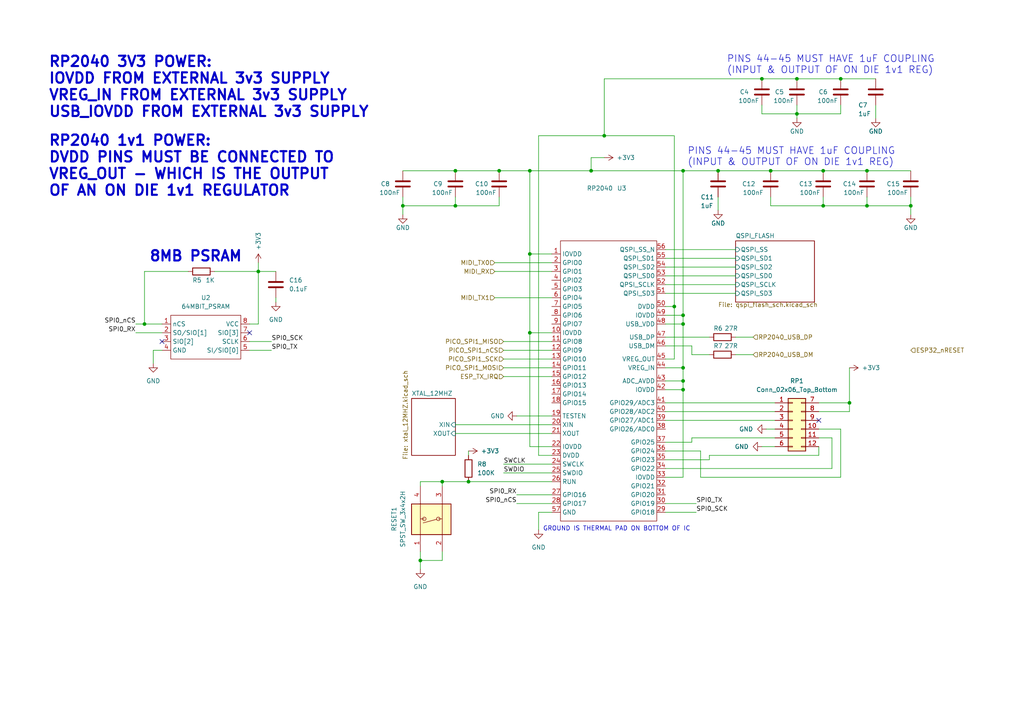
<source format=kicad_sch>
(kicad_sch (version 20211123) (generator eeschema)
  (paper "A4")
  (lib_symbols
    (symbol "Connector_Generic:Conn_02x06_Top_Bottom" (pin_names (offset 1.016) hide)
      (property "Reference" "J" (at 1.27 7.62 0))
      (property "Value" "Conn_02x06_Top_Bottom" (at 1.27 -10.16 0))
      (symbol "Conn_02x06_Top_Bottom_1_1"
        (rectangle (start -1.27 -7.493) (end 0 -7.747) (stroke (width 0.1524)))
        (rectangle (start -1.27 -4.953) (end 0 -5.207) (stroke (width 0.1524)))
        (rectangle (start -1.27 -2.413) (end 0 -2.667) (stroke (width 0.1524)))
        (rectangle (start -1.27 0.127) (end 0 -0.127) (stroke (width 0.1524)))
        (rectangle (start -1.27 2.667) (end 0 2.413) (stroke (width 0.1524)))
        (rectangle (start -1.27 5.207) (end 0 4.953) (stroke (width 0.1524)))
        (rectangle (start -1.27 6.35) (end 3.81 -8.89) (stroke (width 0.254)) (fill (type background)))
        (rectangle (start 3.81 -7.493) (end 2.54 -7.747) (stroke (width 0.1524)))
        (rectangle (start 3.81 -4.953) (end 2.54 -5.207) (stroke (width 0.1524)))
        (rectangle (start 3.81 -2.413) (end 2.54 -2.667) (stroke (width 0.1524)))
        (rectangle (start 3.81 0.127) (end 2.54 -0.127) (stroke (width 0.1524)))
        (rectangle (start 3.81 2.667) (end 2.54 2.413) (stroke (width 0.1524)))
        (rectangle (start 3.81 5.207) (end 2.54 4.953) (stroke (width 0.1524)))
        (pin passive line (at -5.08 5.08 0) (length 3.81) (name "Pin_1") (number "1"))
        (pin passive line (at 7.62 -2.54 180) (length 3.81) (name "Pin_10") (number "10"))
        (pin passive line (at 7.62 -5.08 180) (length 3.81) (name "Pin_11") (number "11"))
        (pin passive line (at 7.62 -7.62 180) (length 3.81) (name "Pin_12") (number "12"))
        (pin passive line (at -5.08 2.54 0) (length 3.81) (name "Pin_2") (number "2"))
        (pin passive line (at -5.08 0 0) (length 3.81) (name "Pin_3") (number "3"))
        (pin passive line (at -5.08 -2.54 0) (length 3.81) (name "Pin_4") (number "4"))
        (pin passive line (at -5.08 -5.08 0) (length 3.81) (name "Pin_5") (number "5"))
        (pin passive line (at -5.08 -7.62 0) (length 3.81) (name "Pin_6") (number "6"))
        (pin passive line (at 7.62 5.08 180) (length 3.81) (name "Pin_7") (number "7"))
        (pin passive line (at 7.62 2.54 180) (length 3.81) (name "Pin_8") (number "8"))
        (pin passive line (at 7.62 0 180) (length 3.81) (name "Pin_9") (number "9"))
      )
    )
    (symbol "Device:C" (pin_numbers hide) (pin_names (offset 0.254))
      (property "Reference" "C" (at 0.635 2.54 0))
      (property "Value" "C" (at 0.635 -2.54 0))
      (symbol "C_0_1"
        (polyline (pts (xy -2.032 -0.762) (xy 2.032 -0.762)) (stroke (width 0.508)))
        (polyline (pts (xy -2.032 0.762) (xy 2.032 0.762)) (stroke (width 0.508)))
      )
      (symbol "C_1_1"
        (pin passive line (at 0 3.81 270) (length 2.794) (name "~") (number "1"))
        (pin passive line (at 0 -3.81 90) (length 2.794) (name "~") (number "2"))
      )
    )
    (symbol "Device:R" (pin_numbers hide) (pin_names (offset 0))
      (property "Reference" "R" (at 2.032 0 90))
      (property "Value" "R" (at 0 0 90))
      (symbol "R_0_1"
        (rectangle (start -1.016 -2.54) (end 1.016 2.54) (stroke (width 0.254)))
      )
      (symbol "R_1_1"
        (pin passive line (at 0 3.81 270) (length 1.27) (name "~") (number "1"))
        (pin passive line (at 0 -3.81 90) (length 1.27) (name "~") (number "2"))
      )
    )
    (symbol "User_Global_Symbols:64MBIT_PSRAM"
      (property "Reference" "U" (at 19.05 13.97 0))
      (property "Value" "64MBIT_PSRAM" (at 6.35 13.97 0))
      (symbol "64MBIT_PSRAM_0_1"
        (rectangle (start 0 12.7) (end 20.32 0))
      )
      (symbol "64MBIT_PSRAM_1_1"
        (pin input line (at -2.54 10.16 0) (length 2.54) (name "nCS") (number "1"))
        (pin output line (at -2.54 7.62 0) (length 2.54) (name "SO/SIO[1]") (number "2"))
        (pin output line (at -2.54 5.08 0) (length 2.54) (name "SIO[2]") (number "3"))
        (pin power_in line (at -2.54 2.54 0) (length 2.54) (name "GND") (number "4"))
        (pin input line (at 22.86 2.54 180) (length 2.54) (name "SI/SIO[0]") (number "5"))
        (pin input line (at 22.86 5.08 180) (length 2.54) (name "SCLK") (number "6"))
        (pin output line (at 22.86 7.62 180) (length 2.54) (name "SIO[3]") (number "7"))
        (pin power_in line (at 22.86 10.16 180) (length 2.54) (name "VCC") (number "8"))
      )
    )
    (symbol "User_Global_Symbols:RP2040"
      (property "Reference" "U" (at 10.16 82.55 0))
      (property "Value" "RP2040" (at 3.81 82.55 0))
      (symbol "RP2040_0_1"
        (rectangle (start 0 81.28) (end 27.94 0))
      )
      (symbol "RP2040_1_1"
        (pin power_in line (at -2.54 77.47 0) (length 2.54) (name "IOVDD") (number "1"))
        (pin power_in line (at -2.54 54.61 0) (length 2.54) (name "IOVDD") (number "10"))
        (pin bidirectional line (at -2.54 52.07 0) (length 2.54) (name "GPIO8") (number "11"))
        (pin bidirectional line (at -2.54 49.53 0) (length 2.54) (name "GPIO9") (number "12"))
        (pin bidirectional line (at -2.54 46.99 0) (length 2.54) (name "GPIO10") (number "13"))
        (pin bidirectional line (at -2.54 44.45 0) (length 2.54) (name "GPIO11") (number "14"))
        (pin bidirectional line (at -2.54 41.91 0) (length 2.54) (name "GPIO12") (number "15"))
        (pin bidirectional line (at -2.54 39.37 0) (length 2.54) (name "GPIO13") (number "16"))
        (pin bidirectional line (at -2.54 36.83 0) (length 2.54) (name "GPIO14") (number "17"))
        (pin bidirectional line (at -2.54 34.29 0) (length 2.54) (name "GPIO15") (number "18"))
        (pin input line (at -2.54 30.48 0) (length 2.54) (name "TESTEN") (number "19"))
        (pin bidirectional line (at -2.54 74.93 0) (length 2.54) (name "GPIO0") (number "2"))
        (pin input line (at -2.54 27.94 0) (length 2.54) (name "XIN") (number "20"))
        (pin input line (at -2.54 25.4 0) (length 2.54) (name "XOUT") (number "21"))
        (pin power_in line (at -2.54 21.59 0) (length 2.54) (name "IOVDD") (number "22"))
        (pin power_in line (at -2.54 19.05 0) (length 2.54) (name "DVDD") (number "23"))
        (pin bidirectional line (at -2.54 16.51 0) (length 2.54) (name "SWCLK") (number "24"))
        (pin bidirectional line (at -2.54 13.97 0) (length 2.54) (name "SWDIO") (number "25"))
        (pin input line (at -2.54 11.43 0) (length 2.54) (name "RUN") (number "26"))
        (pin bidirectional line (at -2.54 7.62 0) (length 2.54) (name "GPIO16") (number "27"))
        (pin bidirectional line (at -2.54 5.08 0) (length 2.54) (name "GPIO17") (number "28"))
        (pin bidirectional line (at 30.48 2.54 180) (length 2.54) (name "GPIO18") (number "29"))
        (pin bidirectional line (at -2.54 72.39 0) (length 2.54) (name "GPIO1") (number "3"))
        (pin bidirectional line (at 30.48 5.08 180) (length 2.54) (name "GPIO19") (number "30"))
        (pin bidirectional line (at 30.48 7.62 180) (length 2.54) (name "GPIO20") (number "31"))
        (pin bidirectional line (at 30.48 10.16 180) (length 2.54) (name "GPIO21") (number "32"))
        (pin power_in line (at 30.48 12.7 180) (length 2.54) (name "IOVDD") (number "33"))
        (pin bidirectional line (at 30.48 15.24 180) (length 2.54) (name "GPIO22") (number "34"))
        (pin bidirectional line (at 30.48 17.78 180) (length 2.54) (name "GPIO23") (number "35"))
        (pin bidirectional line (at 30.48 20.32 180) (length 2.54) (name "GPIO24") (number "36"))
        (pin bidirectional line (at 30.48 22.86 180) (length 2.54) (name "GPIO25") (number "37"))
        (pin bidirectional line (at 30.48 26.67 180) (length 2.54) (name "GPIO26/ADC0") (number "38"))
        (pin bidirectional line (at 30.48 29.21 180) (length 2.54) (name "GPIO27/ADC1") (number "39"))
        (pin bidirectional line (at -2.54 69.85 0) (length 2.54) (name "GPIO2") (number "4"))
        (pin bidirectional line (at 30.48 31.75 180) (length 2.54) (name "GPIO28/ADC2") (number "40"))
        (pin bidirectional line (at 30.48 34.29 180) (length 2.54) (name "GPIO29/ADC3") (number "41"))
        (pin power_in line (at 30.48 38.1 180) (length 2.54) (name "IOVDD") (number "42"))
        (pin power_in line (at 30.48 40.64 180) (length 2.54) (name "ADC_AVDD") (number "43"))
        (pin power_in line (at 30.48 44.45 180) (length 2.54) (name "VREG_IN") (number "44"))
        (pin power_out line (at 30.48 46.99 180) (length 2.54) (name "VREG_OUT") (number "45"))
        (pin bidirectional line (at 30.48 50.8 180) (length 2.54) (name "USB_DM") (number "46"))
        (pin bidirectional line (at 30.48 53.34 180) (length 2.54) (name "USB_DP") (number "47"))
        (pin power_in line (at 30.48 57.15 180) (length 2.54) (name "USB_VDD") (number "48"))
        (pin power_in line (at 30.48 59.69 180) (length 2.54) (name "IOVDD") (number "49"))
        (pin bidirectional line (at -2.54 67.31 0) (length 2.54) (name "GPIO3") (number "5"))
        (pin power_in line (at 30.48 62.23 180) (length 2.54) (name "DVDD") (number "50"))
        (pin bidirectional line (at 30.48 66.04 180) (length 2.54) (name "QPSI_SD3") (number "51"))
        (pin output line (at 30.48 68.58 180) (length 2.54) (name "QPSI_SCLK") (number "52"))
        (pin bidirectional line (at 30.48 71.12 180) (length 2.54) (name "QSPI_SD0") (number "53"))
        (pin bidirectional line (at 30.48 73.66 180) (length 2.54) (name "QSPI_SD2") (number "54"))
        (pin bidirectional line (at 30.48 76.2 180) (length 2.54) (name "QSPI_SD1") (number "55"))
        (pin output line (at 30.48 78.74 180) (length 2.54) (name "QSPI_SS_N") (number "56"))
        (pin power_in line (at -2.54 2.54 0) (length 2.54) (name "GND") (number "57"))
        (pin bidirectional line (at -2.54 64.77 0) (length 2.54) (name "GPIO4") (number "6"))
        (pin bidirectional line (at -2.54 62.23 0) (length 2.54) (name "GPIO5") (number "7"))
        (pin bidirectional line (at -2.54 59.69 0) (length 2.54) (name "GPIO6") (number "8"))
        (pin bidirectional line (at -2.54 57.15 0) (length 2.54) (name "GPIO7") (number "9"))
      )
    )
    (symbol "User_Global_Symbols:SPST_SW_3x4x2H"
      (property "Reference" "U" (at 5.08 -2.54 0))
      (property "Value" "SPST_SW_3x4x2H" (at 5.08 -5.08 0))
      (symbol "SPST_SW_3x4x2H_0_0"
        (polyline (pts (xy 4.318 4.191) (xy 3.2766 8.0772)))
        (circle (center 4.445 3.683) (radius 0.508))
        (circle (center 4.445 7.747) (radius 0.508))
      )
      (symbol "SPST_SW_3x4x2H_0_1"
        (rectangle (start -0.127 11.43) (end 8.763 0) (stroke (width 0.254)) (fill (type background)))
        (polyline (pts (xy 0 2.54) (xy 4.445 2.54) (xy 4.445 3.683) (xy 4.445 2.54) (xy 9.017 2.54)))
        (polyline (pts (xy 0 8.89) (xy 4.445 8.89) (xy 4.445 7.747) (xy 4.445 8.89) (xy 9.017 8.89)))
      )
      (symbol "SPST_SW_3x4x2H_1_1"
        (pin passive line (at -5.08 8.89 0) (length 5.08) (name "~") (number "1"))
        (pin passive line (at -5.08 2.54 0) (length 5.08) (name "~") (number "2"))
        (pin passive line (at 13.97 2.54 180) (length 5.08) (name "~") (number "3"))
        (pin passive line (at 13.97 8.89 180) (length 5.08) (name "~") (number "4"))
      )
    )
    (symbol "power:+3.3V" (power) (pin_names (offset 0))
      (property "Value" "+3.3V" (at 0 3.556 0))
      (symbol "+3.3V_0_1"
        (polyline (pts (xy -0.762 1.27) (xy 0 2.54)))
        (polyline (pts (xy 0 0) (xy 0 2.54)))
        (polyline (pts (xy 0 2.54) (xy 0.762 1.27)))
      )
      (symbol "+3.3V_1_1"
        (pin power_in line (at 0 0 90) (length 0) hide (name "+3V3") (number "1"))
      )
    )
    (symbol "power:GND" (power) (pin_names (offset 0))
      (property "Value" "GND" (at 0 -3.81 0))
      (symbol "GND_0_1"
        (polyline (pts (xy 0 0) (xy 0 -1.27) (xy 1.27 -1.27) (xy 0 -2.54) (xy -1.27 -1.27) (xy 0 -1.27)))
      )
      (symbol "GND_1_1"
        (pin power_in line (at 0 0 270) (length 0) hide (name "GND") (number "1"))
      )
    )
  )
  (junction (at 223.52 49.53))
  (junction (at 198.12 110.49))
  (junction (at 116.84 59.69))
  (junction (at 198.12 93.98))
  (junction (at 132.08 49.53))
  (junction (at 198.12 113.03))
  (junction (at 171.45 49.53))
  (junction (at 153.67 73.66))
  (junction (at 195.58 88.9))
  (junction (at 153.67 49.53))
  (junction (at 231.14 33.02))
  (junction (at 238.76 49.53))
  (junction (at 198.12 49.53))
  (junction (at 251.46 59.69))
  (junction (at 243.84 22.86))
  (junction (at 175.26 39.37))
  (junction (at 208.28 49.53))
  (junction (at 153.67 96.52))
  (junction (at 231.14 22.86))
  (junction (at 246.38 116.84))
  (junction (at 132.08 59.69))
  (junction (at 41.91 93.98))
  (junction (at 238.76 59.69))
  (junction (at 135.89 139.7))
  (junction (at 128.27 139.7))
  (junction (at 198.12 91.44))
  (junction (at 264.16 59.69))
  (junction (at 198.12 106.68))
  (junction (at 121.92 162.56))
  (junction (at 220.98 22.86))
  (junction (at 251.46 49.53))
  (junction (at 144.78 49.53))
  (junction (at 74.93 78.74))
  (no_connect (at 72.39 96.52))
  (no_connect (at 46.99 99.06))
  (no_connect (at 237.49 121.92))
  (wire (pts (xy 72.39 101.6) (xy 78.74 101.6)))
  (wire (pts (xy 220.98 30.48) (xy 220.98 33.02)))
  (wire (pts (xy 116.84 59.69) (xy 116.84 62.23)))
  (wire (pts (xy 243.84 22.86) (xy 254 22.86)))
  (wire (pts (xy 121.92 162.56) (xy 128.27 162.56)))
  (wire (pts (xy 175.26 39.37) (xy 195.58 39.37)))
  (wire (pts (xy 198.12 113.03) (xy 193.04 113.03)))
  (wire (pts (xy 160.02 104.14) (xy 146.05 104.14)))
  (wire (pts (xy 208.28 57.15) (xy 208.28 60.96)))
  (wire (pts (xy 44.45 105.41) (xy 44.45 101.6)))
  (wire (pts (xy 46.99 93.98) (xy 41.91 93.98)))
  (wire (pts (xy 193.04 106.68) (xy 198.12 106.68)))
  (wire (pts (xy 193.04 80.01) (xy 213.36 80.01)))
  (wire (pts (xy 237.49 129.54) (xy 237.49 132.08)))
  (wire (pts (xy 198.12 91.44) (xy 198.12 49.53)))
  (wire (pts (xy 231.14 30.48) (xy 231.14 33.02)))
  (wire (pts (xy 153.67 96.52) (xy 160.02 96.52)))
  (wire (pts (xy 193.04 130.81) (xy 203.2 130.81)))
  (wire (pts (xy 156.21 148.59) (xy 156.21 153.67)))
  (wire (pts (xy 246.38 116.84) (xy 237.49 116.84)))
  (wire (pts (xy 213.36 97.79) (xy 218.44 97.79)))
  (wire (pts (xy 231.14 33.02) (xy 243.84 33.02)))
  (wire (pts (xy 135.89 139.7) (xy 128.27 139.7)))
  (wire (pts (xy 198.12 110.49) (xy 198.12 113.03)))
  (wire (pts (xy 243.84 124.46) (xy 237.49 124.46)))
  (wire (pts (xy 153.67 96.52) (xy 153.67 129.54)))
  (wire (pts (xy 193.04 77.47) (xy 213.36 77.47)))
  (wire (pts (xy 143.51 78.74) (xy 160.02 78.74)))
  (wire (pts (xy 198.12 106.68) (xy 198.12 110.49)))
  (wire (pts (xy 264.16 57.15) (xy 264.16 59.69)))
  (wire (pts (xy 264.16 59.69) (xy 264.16 62.23)))
  (wire (pts (xy 80.01 86.36) (xy 80.01 87.63)))
  (wire (pts (xy 203.2 130.81) (xy 203.2 138.43)))
  (wire (pts (xy 160.02 148.59) (xy 156.21 148.59)))
  (wire (pts (xy 143.51 86.36) (xy 160.02 86.36)))
  (wire (pts (xy 153.67 49.53) (xy 153.67 73.66)))
  (wire (pts (xy 153.67 73.66) (xy 153.67 96.52)))
  (wire (pts (xy 195.58 104.14) (xy 195.58 88.9)))
  (wire (pts (xy 193.04 91.44) (xy 198.12 91.44)))
  (wire (pts (xy 213.36 102.87) (xy 218.44 102.87)))
  (wire (pts (xy 193.04 100.33) (xy 200.66 100.33)))
  (wire (pts (xy 193.04 93.98) (xy 198.12 93.98)))
  (wire (pts (xy 205.74 132.08) (xy 237.49 132.08)))
  (wire (pts (xy 193.04 104.14) (xy 195.58 104.14)))
  (wire (pts (xy 116.84 57.15) (xy 116.84 59.69)))
  (wire (pts (xy 220.98 33.02) (xy 231.14 33.02)))
  (wire (pts (xy 144.78 49.53) (xy 153.67 49.53)))
  (wire (pts (xy 175.26 22.86) (xy 175.26 39.37)))
  (wire (pts (xy 135.89 139.7) (xy 160.02 139.7)))
  (wire (pts (xy 238.76 57.15) (xy 238.76 59.69)))
  (wire (pts (xy 128.27 139.7) (xy 121.92 139.7)))
  (wire (pts (xy 175.26 22.86) (xy 220.98 22.86)))
  (wire (pts (xy 193.04 82.55) (xy 213.36 82.55)))
  (wire (pts (xy 160.02 146.05) (xy 149.86 146.05)))
  (wire (pts (xy 223.52 59.69) (xy 238.76 59.69)))
  (wire (pts (xy 146.05 134.62) (xy 160.02 134.62)))
  (wire (pts (xy 128.27 139.7) (xy 128.27 140.97)))
  (wire (pts (xy 132.08 125.73) (xy 160.02 125.73)))
  (wire (pts (xy 220.98 129.54) (xy 224.79 129.54)))
  (wire (pts (xy 198.12 138.43) (xy 193.04 138.43)))
  (wire (pts (xy 193.04 116.84) (xy 224.79 116.84)))
  (wire (pts (xy 220.98 22.86) (xy 231.14 22.86)))
  (wire (pts (xy 132.08 59.69) (xy 144.78 59.69)))
  (wire (pts (xy 132.08 49.53) (xy 144.78 49.53)))
  (wire (pts (xy 121.92 139.7) (xy 121.92 140.97)))
  (wire (pts (xy 41.91 78.74) (xy 41.91 93.98)))
  (wire (pts (xy 193.04 128.27) (xy 200.66 128.27)))
  (wire (pts (xy 200.66 102.87) (xy 205.74 102.87)))
  (wire (pts (xy 237.49 119.38) (xy 246.38 119.38)))
  (wire (pts (xy 246.38 106.68) (xy 246.38 116.84)))
  (wire (pts (xy 251.46 49.53) (xy 264.16 49.53)))
  (wire (pts (xy 54.61 78.74) (xy 41.91 78.74)))
  (wire (pts (xy 200.66 127) (xy 224.79 127)))
  (wire (pts (xy 39.37 96.52) (xy 46.99 96.52)))
  (wire (pts (xy 238.76 59.69) (xy 251.46 59.69)))
  (wire (pts (xy 193.04 133.35) (xy 205.74 133.35)))
  (wire (pts (xy 251.46 57.15) (xy 251.46 59.69)))
  (wire (pts (xy 193.04 119.38) (xy 224.79 119.38)))
  (wire (pts (xy 238.76 49.53) (xy 251.46 49.53)))
  (wire (pts (xy 193.04 146.05) (xy 201.93 146.05)))
  (wire (pts (xy 160.02 143.51) (xy 149.86 143.51)))
  (wire (pts (xy 132.08 57.15) (xy 132.08 59.69)))
  (wire (pts (xy 193.04 121.92) (xy 224.79 121.92)))
  (wire (pts (xy 144.78 59.69) (xy 144.78 57.15)))
  (wire (pts (xy 44.45 101.6) (xy 46.99 101.6)))
  (wire (pts (xy 193.04 85.09) (xy 213.36 85.09)))
  (wire (pts (xy 195.58 88.9) (xy 195.58 39.37)))
  (wire (pts (xy 231.14 33.02) (xy 231.14 34.29)))
  (wire (pts (xy 156.21 39.37) (xy 175.26 39.37)))
  (wire (pts (xy 251.46 59.69) (xy 264.16 59.69)))
  (wire (pts (xy 116.84 59.69) (xy 132.08 59.69)))
  (wire (pts (xy 200.66 100.33) (xy 200.66 102.87)))
  (wire (pts (xy 243.84 33.02) (xy 243.84 30.48)))
  (wire (pts (xy 146.05 99.06) (xy 160.02 99.06)))
  (wire (pts (xy 195.58 88.9) (xy 193.04 88.9)))
  (wire (pts (xy 146.05 137.16) (xy 160.02 137.16)))
  (wire (pts (xy 171.45 49.53) (xy 198.12 49.53)))
  (wire (pts (xy 116.84 49.53) (xy 132.08 49.53)))
  (wire (pts (xy 193.04 74.93) (xy 213.36 74.93)))
  (wire (pts (xy 193.04 97.79) (xy 205.74 97.79)))
  (wire (pts (xy 41.91 93.98) (xy 39.37 93.98)))
  (wire (pts (xy 193.04 135.89) (xy 241.3 135.89)))
  (wire (pts (xy 222.25 124.46) (xy 224.79 124.46)))
  (wire (pts (xy 193.04 148.59) (xy 201.93 148.59)))
  (wire (pts (xy 198.12 91.44) (xy 198.12 93.98)))
  (wire (pts (xy 135.89 130.81) (xy 135.89 132.08)))
  (wire (pts (xy 243.84 138.43) (xy 243.84 124.46)))
  (wire (pts (xy 175.26 45.72) (xy 171.45 45.72)))
  (wire (pts (xy 121.92 160.02) (xy 121.92 162.56)))
  (wire (pts (xy 121.92 162.56) (xy 121.92 165.1)))
  (wire (pts (xy 72.39 93.98) (xy 74.93 93.98)))
  (wire (pts (xy 156.21 39.37) (xy 156.21 132.08)))
  (wire (pts (xy 171.45 45.72) (xy 171.45 49.53)))
  (wire (pts (xy 205.74 133.35) (xy 205.74 132.08)))
  (wire (pts (xy 74.93 93.98) (xy 74.93 78.74)))
  (wire (pts (xy 72.39 99.06) (xy 78.74 99.06)))
  (wire (pts (xy 193.04 72.39) (xy 213.36 72.39)))
  (wire (pts (xy 241.3 127) (xy 241.3 135.89)))
  (wire (pts (xy 80.01 78.74) (xy 74.93 78.74)))
  (wire (pts (xy 193.04 110.49) (xy 198.12 110.49)))
  (wire (pts (xy 146.05 101.6) (xy 160.02 101.6)))
  (wire (pts (xy 198.12 113.03) (xy 198.12 138.43)))
  (wire (pts (xy 208.28 49.53) (xy 223.52 49.53)))
  (wire (pts (xy 74.93 78.74) (xy 74.93 76.2)))
  (wire (pts (xy 156.21 132.08) (xy 160.02 132.08)))
  (wire (pts (xy 254 30.48) (xy 254 34.29)))
  (wire (pts (xy 146.05 106.68) (xy 160.02 106.68)))
  (wire (pts (xy 62.23 78.74) (xy 74.93 78.74)))
  (wire (pts (xy 241.3 127) (xy 237.49 127)))
  (wire (pts (xy 153.67 49.53) (xy 171.45 49.53)))
  (wire (pts (xy 153.67 73.66) (xy 160.02 73.66)))
  (wire (pts (xy 198.12 93.98) (xy 198.12 106.68)))
  (wire (pts (xy 146.05 109.22) (xy 160.02 109.22)))
  (wire (pts (xy 246.38 119.38) (xy 246.38 116.84)))
  (wire (pts (xy 223.52 49.53) (xy 238.76 49.53)))
  (wire (pts (xy 143.51 76.2) (xy 160.02 76.2)))
  (wire (pts (xy 200.66 128.27) (xy 200.66 127)))
  (wire (pts (xy 153.67 129.54) (xy 160.02 129.54)))
  (wire (pts (xy 198.12 49.53) (xy 208.28 49.53)))
  (wire (pts (xy 128.27 162.56) (xy 128.27 160.02)))
  (wire (pts (xy 231.14 22.86) (xy 243.84 22.86)))
  (wire (pts (xy 223.52 57.15) (xy 223.52 59.69)))
  (wire (pts (xy 132.08 123.19) (xy 160.02 123.19)))
  (wire (pts (xy 149.86 120.65) (xy 160.02 120.65)))
  (wire (pts (xy 203.2 138.43) (xy 243.84 138.43)))
  (text "8MB PSRAM" (at 43.18 76.2 0) (effects (font (size 3 3) (thickness 0.6) bold) (justify left bottom)))
  (text "RP2040 1v1 POWER:\nDVDD PINS MUST BE CONNECTED TO\nVREG_OUT - WHICH IS THE OUTPUT\nOF AN ON DIE 1v1 REGULATOR\n" (at 13.97 57.15 0) (effects (font (size 3 3) (thickness 0.6) bold) (justify left bottom)))
  (text "PINS 44-45 MUST HAVE 1uF COUPLING \n(INPUT & OUTPUT OF ON DIE 1v1 REG)\n" (at 199.39 48.26 0) (effects (font (size 2 2)) (justify left bottom)))
  (text "PINS 44-45 MUST HAVE 1uF COUPLING \n(INPUT & OUTPUT OF ON DIE 1v1 REG)\n" (at 210.82 21.59 0) (effects (font (size 2 2)) (justify left bottom)))
  (text "GROUND IS THERMAL PAD ON BOTTOM OF IC\n\n" (at 157.48 156.21 0) (effects (font (size 1.27 1.27)) (justify left bottom)))
  (text "RP2040 3V3 POWER:\nIOVDD FROM EXTERNAL 3v3 SUPPLY\nVREG_IN FROM EXTERNAL 3v3 SUPPLY\nUSB_IOVDD FROM EXTERNAL 3v3 SUPPLY\n" (at 13.97 34.29 0) (effects (font (size 3 3) (thickness 0.6) bold) (justify left bottom)))
  (label "SPI0_RX" (at 149.86 143.51 180))
  (label "SWDIO" (at 146.05 137.16 0))
  (label "SPI0_nCS" (at 39.37 93.98 180))
  (label "SPI0_TX" (at 201.93 146.05 0))
  (label "SPI0_RX" (at 39.37 96.52 180))
  (label "SPI0_nCS" (at 149.86 146.05 180))
  (label "SPI0_SCK" (at 201.93 148.59 0))
  (label "SPI0_TX" (at 78.74 101.6 0))
  (label "SWCLK" (at 146.05 134.62 0))
  (label "SPI0_SCK" (at 78.74 99.06 0))
  (hierarchical_label "MIDI_TX1" (shape input) (at 143.51 86.36 180))
  (hierarchical_label "MIDI_RX" (shape input) (at 143.51 78.74 180))
  (hierarchical_label "ESP_TX_IRQ" (shape input) (at 146.05 109.22 180))
  (hierarchical_label "PICO_SPI1_SCK" (shape input) (at 146.05 104.14 180))
  (hierarchical_label "RP2040_USB_DP" (shape input) (at 218.44 97.79 0))
  (hierarchical_label "PICO_SPI1_nCS" (shape input) (at 146.05 101.6 180))
  (hierarchical_label "PICO_SPI1_MOSI" (shape input) (at 146.05 106.68 180))
  (hierarchical_label "RP2040_USB_DM" (shape input) (at 218.44 102.87 0))
  (hierarchical_label "MIDI_TX0" (shape input) (at 143.51 76.2 180))
  (hierarchical_label "ESP32_nRESET" (shape input) (at 264.16 101.6 0))
  (hierarchical_label "PICO_SPI1_MISO" (shape input) (at 146.05 99.06 180))
  (symbol (lib_id "power:GND") (at 231.14 34.29 0) (unit 1)
    (property "Reference" "#PWR011" (effects hide))
    (property "Value" "GND" (at 231.14 38.1 0))
  )
  (symbol (lib_id "power:+3.3V") (at 74.93 76.2 0) (unit 1)
    (property "Reference" "#PWR017" (effects hide))
    (property "Value" "+3.3V" (at 74.93 67.31 90) (effects (justify right)))
  )
  (symbol (lib_id "Device:R") (at 135.89 135.89 0) (unit 1)
    (property "Reference" "R8" (at 138.43 134.6199 0) (effects (justify left)))
    (property "Value" "100K" (at 138.43 137.16 0) (effects (justify left)))
    (property "Footprint" "Resistor_SMD:R_0603_1608Metric" (effects hide))
    (property "LCSC" "C25803" (effects hide))
  )
  (symbol (lib_id "Connector_Generic:Conn_02x06_Top_Bottom") (at 229.87 121.92 0) (unit 1)
    (property "Reference" "RP1" (at 231.14 110.49 0))
    (property "Value" "Conn_02x06_Top_Bottom" (at 231.14 113.03 0))
    (property "Footprint" "Connector_PinHeader_2.54mm:PinHeader_2x06_P2.54mm_Vertical" (effects hide))
  )
  (symbol (lib_id "Device:R") (at 58.42 78.74 270) (unit 1)
    (property "Reference" "R5" (at 57.15 81.28 90))
    (property "Value" "1K" (at 60.96 81.28 90))
    (property "Footprint" "Resistor_SMD:R_0603_1608Metric" (effects hide))
    (property "LCSC" "C21190" (effects hide))
  )
  (symbol (lib_id "power:GND") (at 208.28 60.96 0) (unit 1)
    (property "Reference" "#PWR014" (effects hide))
    (property "Value" "GND" (at 208.28 64.77 0))
  )
  (symbol (lib_id "Device:R") (at 209.55 97.79 90) (unit 1)
    (property "Reference" "R6" (at 208.28 95.25 90))
    (property "Value" "27R" (at 212.09 95.25 90))
    (property "Footprint" "Resistor_SMD:R_0603_1608Metric" (effects hide))
    (property "LCSC" "C25190" (effects hide))
  )
  (symbol (lib_id "User_Global_Symbols:SPST_SW_3x4x2H") (at 130.81 154.94 90) (unit 1)
    (property "Reference" "RESET1" (at 114.3 150.5585 0))
    (property "Value" "SPST_SW_3x4x2H" (at 116.84 150.5585 0))
    (property "Footprint" "User_Global_Library:SPST_SW_3x4X2" (effects hide))
  )
  (symbol (lib_id "User_Global_Symbols:RP2040") (at 162.56 151.13 0) (unit 1)
    (property "Reference" "U3" (at 180.34 54.61 0))
    (property "Value" "RP2040" (at 173.99 54.61 0))
    (property "Footprint" "User_Global_Library:RP2040" (effects hide))
    (property "LCSC" "C2040" (effects hide))
  )
  (symbol (lib_id "Device:C") (at 208.28 53.34 0) (unit 1)
    (property "Reference" "C11" (at 203.2 57.15 0) (effects (justify left)))
    (property "Value" "1uF" (at 203.2 59.69 0) (effects (justify left)))
    (property "Footprint" "Capacitor_SMD:C_0603_1608Metric" (effects hide))
    (property "LCSC" "C15849" (effects hide))
  )
  (symbol (lib_id "power:+3.3V") (at 175.26 45.72 270) (unit 1)
    (property "Reference" "#PWR013" (effects hide))
    (property "Value" "+3.3V" (at 184.15 45.72 90) (effects (justify right)))
  )
  (symbol (lib_id "power:+3.3V") (at 135.89 130.81 270) (unit 1)
    (property "Reference" "#PWR024" (effects hide))
    (property "Value" "+3.3V" (at 144.78 130.81 90) (effects (justify right)))
  )
  (symbol (lib_id "Device:C") (at 80.01 82.55 0) (unit 1)
    (property "Reference" "C16" (at 83.82 81.2799 0) (effects (justify left)))
    (property "Value" "0.1uF" (at 83.82 83.8199 0) (effects (justify left)))
    (property "Footprint" "Capacitor_SMD:C_0603_1608Metric" (effects hide))
    (property "LCSC" "C14663" (effects hide))
  )
  (symbol (lib_id "power:GND") (at 149.86 120.65 270) (unit 1)
    (property "Reference" "#PWR021" (effects hide))
    (property "Value" "GND" (at 142.24 120.65 90) (effects (justify left)))
  )
  (symbol (lib_id "Device:C") (at 251.46 53.34 180) (unit 1)
    (property "Reference" "C14" (at 246.38 53.34 0))
    (property "Value" "100nF" (at 247.65 55.88 0))
    (property "Footprint" "Capacitor_SMD:C_0603_1608Metric" (effects hide))
    (property "LCSC" "C14663" (effects hide))
  )
  (symbol (lib_id "Device:C") (at 238.76 53.34 180) (unit 1)
    (property "Reference" "C13" (at 233.68 53.34 0))
    (property "Value" "100nF" (at 234.95 55.88 0))
    (property "Footprint" "Capacitor_SMD:C_0603_1608Metric" (effects hide))
    (property "LCSC" "C14663" (effects hide))
  )
  (symbol (lib_id "Device:R") (at 209.55 102.87 90) (unit 1)
    (property "Reference" "R7" (at 208.28 100.33 90))
    (property "Value" "27R" (at 212.09 100.33 90))
    (property "Footprint" "Resistor_SMD:R_0603_1608Metric" (effects hide))
    (property "LCSC" "C25190" (effects hide))
  )
  (symbol (lib_id "Device:C") (at 116.84 53.34 180) (unit 1)
    (property "Reference" "C8" (at 111.76 53.34 0))
    (property "Value" "100nF" (at 113.03 55.88 0))
    (property "Footprint" "Capacitor_SMD:C_0603_1608Metric" (effects hide))
    (property "LCSC" "C14663" (effects hide))
  )
  (symbol (lib_id "Device:C") (at 223.52 53.34 0) (unit 1)
    (property "Reference" "C12" (at 217.17 53.34 0))
    (property "Value" "100nF" (at 218.44 55.88 0))
    (property "Footprint" "Capacitor_SMD:C_0603_1608Metric" (effects hide))
    (property "LCSC" "C14663" (effects hide))
  )
  (symbol (lib_id "power:GND") (at 44.45 105.41 0) (unit 1)
    (property "Reference" "#PWR019" (effects hide))
    (property "Value" "GND" (at 44.45 110.49 0))
  )
  (symbol (lib_id "Device:C") (at 264.16 53.34 180) (unit 1)
    (property "Reference" "C15" (at 259.08 53.34 0))
    (property "Value" "100nF" (at 260.35 55.88 0))
    (property "Footprint" "Capacitor_SMD:C_0603_1608Metric" (effects hide))
    (property "LCSC" "C14663" (effects hide))
  )
  (symbol (lib_id "power:GND") (at 220.98 129.54 270) (unit 1)
    (property "Reference" "#PWR023" (effects hide))
    (property "Value" "GND" (at 217.17 129.5399 90) (effects (justify right)))
  )
  (symbol (lib_id "Device:C") (at 231.14 26.67 180) (unit 1)
    (property "Reference" "C5" (at 226.06 26.67 0))
    (property "Value" "100nF" (at 227.33 29.21 0))
    (property "Footprint" "Capacitor_SMD:C_0603_1608Metric" (effects hide))
    (property "LCSC" "C14663" (effects hide))
  )
  (symbol (lib_id "power:GND") (at 264.16 62.23 0) (unit 1)
    (property "Reference" "#PWR016" (effects hide))
    (property "Value" "GND" (at 264.16 66.04 0))
  )
  (symbol (lib_id "power:GND") (at 156.21 153.67 0) (unit 1)
    (property "Reference" "#PWR025" (effects hide))
    (property "Value" "GND" (at 156.21 158.75 0))
  )
  (symbol (lib_id "power:GND") (at 254 34.29 0) (unit 1)
    (property "Reference" "#PWR012" (effects hide))
    (property "Value" "GND" (at 254 38.1 0))
  )
  (symbol (lib_id "power:GND") (at 80.01 87.63 0) (unit 1)
    (property "Reference" "#PWR018" (effects hide))
    (property "Value" "GND" (at 80.01 92.71 0))
  )
  (symbol (lib_id "Device:C") (at 144.78 53.34 180) (unit 1)
    (property "Reference" "C10" (at 139.7 53.34 0))
    (property "Value" "100nF" (at 140.97 55.88 0))
    (property "Footprint" "Capacitor_SMD:C_0603_1608Metric" (effects hide))
    (property "LCSC" "C14663" (effects hide))
  )
  (symbol (lib_id "Device:C") (at 132.08 53.34 180) (unit 1)
    (property "Reference" "C9" (at 127 53.34 0))
    (property "Value" "100nF" (at 128.27 55.88 0))
    (property "Footprint" "Capacitor_SMD:C_0603_1608Metric" (effects hide))
    (property "LCSC" "C14663" (effects hide))
  )
  (symbol (lib_id "power:GND") (at 121.92 165.1 0) (unit 1)
    (property "Reference" "#PWR026" (effects hide))
    (property "Value" "GND" (at 121.92 170.18 0))
  )
  (symbol (lib_id "Device:C") (at 220.98 26.67 180) (unit 1)
    (property "Reference" "C4" (at 215.9 26.67 0))
    (property "Value" "100nF" (at 217.17 29.21 0))
    (property "Footprint" "Capacitor_SMD:C_0603_1608Metric" (effects hide))
    (property "LCSC" "C14663" (effects hide))
  )
  (symbol (lib_id "power:+3.3V") (at 246.38 106.68 270) (unit 1)
    (property "Reference" "#PWR020" (effects hide))
    (property "Value" "+3.3V" (at 255.27 106.68 90) (effects (justify right)))
  )
  (symbol (lib_id "power:GND") (at 116.84 62.23 0) (unit 1)
    (property "Reference" "#PWR015" (effects hide))
    (property "Value" "GND" (at 116.84 66.04 0))
  )
  (symbol (lib_id "Device:C") (at 243.84 26.67 180) (unit 1)
    (property "Reference" "C6" (at 238.76 26.67 0))
    (property "Value" "100nF" (at 240.03 29.21 0))
    (property "Footprint" "Capacitor_SMD:C_0603_1608Metric" (effects hide))
    (property "LCSC" "C14663" (effects hide))
  )
  (symbol (lib_id "User_Global_Symbols:64MBIT_PSRAM") (at 49.53 104.14 0) (unit 1)
    (property "Reference" "U2" (at 59.69 86.36 0))
    (property "Value" "64MBIT_PSRAM" (at 59.69 88.9 0))
    (property "Footprint" "Package_SO:SOP-8_3.9x4.9mm_P1.27mm" (effects hide))
    (property "LCSC" "C261881" (effects hide))
  )
  (symbol (lib_id "Device:C") (at 254 26.67 0) (unit 1)
    (property "Reference" "C7" (at 248.92 30.48 0) (effects (justify left)))
    (property "Value" "1uF" (at 248.92 33.02 0) (effects (justify left)))
    (property "Footprint" "Capacitor_SMD:C_0603_1608Metric" (effects hide))
    (property "LCSC" "C15849" (effects hide))
  )
  (symbol (lib_id "power:GND") (at 222.25 124.46 270) (unit 1)
    (property "Reference" "#PWR022" (effects hide))
    (property "Value" "GND" (at 218.44 124.4599 90) (effects (justify right)))
  )
  (sheet (at 213.36 69.85) (size 22.86 17.78) (stroke (width 0.1524))
    (property "Sheet name" "QSPI_FLASH" (at 213.36 69.1384 0) (effects (justify left bottom)))
    (property "Sheet file" "qspi_flash_sch.kicad_sch" (at 208.28 87.63 0) (effects (justify left top)))
    (pin "QSPI_SD0" input (at 213.36 80.01 180))
    (pin "QSPI_SCLK" input (at 213.36 82.55 180))
    (pin "QSPI_SD3" input (at 213.36 85.09 180))
    (pin "QSPI_SD2" input (at 213.36 77.47 180))
    (pin "QSPI_SD1" input (at 213.36 74.93 180))
    (pin "QSPI_SS" input (at 213.36 72.39 180))
  )
  (sheet (at 119.38 115.57) (size 12.7 16.51) (stroke (width 0.1524))
    (property "Sheet name" "XTAL_12MHZ" (at 119.38 114.8584 0) (effects (justify left bottom)))
    (property "Sheet file" "xtal_12MHZ.kicad_sch" (at 116.84 133.35 90) (effects (justify left top)))
    (pin "XOUT" input (at 132.08 125.73 0))
    (pin "XIN" input (at 132.08 123.19 0))
  )
)
</source>
